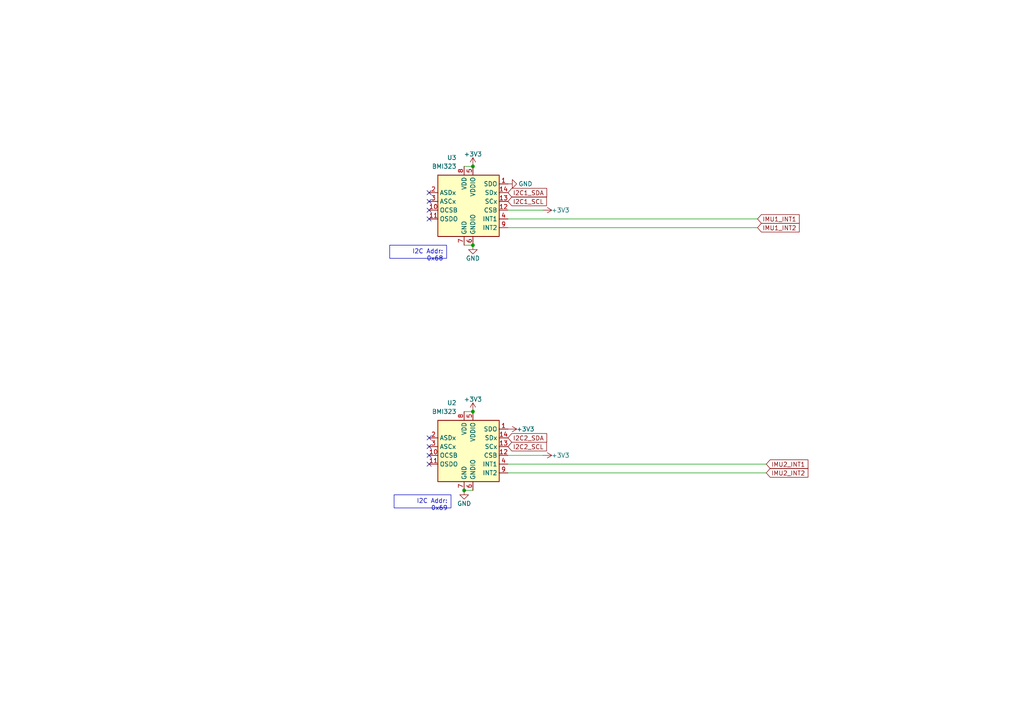
<source format=kicad_sch>
(kicad_sch (version 20230121) (generator eeschema)
  (paper "A4")
  (lib_symbols
    (symbol "Sensor_Motion:BMI160"
      (property "Reference" "U" (at -10.16 8.89 0))
      (property "Value" "BMI160" (at 7.62 8.89 0))
      (symbol "BMI160_1_1"
        (rectangle (start -10.16 7.62) (end 7.62 -10.16) (stroke (width 0.254)) (fill (type background)))
        (pin bidirectional line (at -12.7 5.08 0) (length 2.54) (name "SDO") (number "1"))
        (pin bidirectional line (at 10.16 -2.54 180) (length 2.54) (name "OCSB") (number "10"))
        (pin bidirectional line (at 10.16 -5.08 180) (length 2.54) (name "OSDO") (number "11"))
        (pin input line (at -12.7 -2.54 0) (length 2.54) (name "CSB") (number "12"))
        (pin input line (at -12.7 0 0) (length 2.54) (name "SCx") (number "13"))
        (pin bidirectional line (at -12.7 2.54 0) (length 2.54) (name "SDx") (number "14"))
        (pin bidirectional line (at 10.16 2.54 180) (length 2.54) (name "ASDx") (number "2"))
        (pin output line (at 10.16 0 180) (length 2.54) (name "ASCx") (number "3"))
        (pin bidirectional line (at -12.7 -5.08 0) (length 2.54) (name "INT1") (number "4"))
        (pin power_in line (at -2.54 10.16 270) (length 2.54) (name "VDDIO") (number "5"))
        (pin power_in line (at -2.54 -12.7 90) (length 2.54) (name "GNDIO") (number "6"))
        (pin power_in line (at 0 -12.7 90) (length 2.54) (name "GND") (number "7"))
        (pin power_in line (at 0 10.16 270) (length 2.54) (name "VDD") (number "8"))
        (pin bidirectional line (at -12.7 -7.62 0) (length 2.54) (name "INT2") (number "9"))
      )
    )
    (symbol "power:+3V3" (power) (pin_names (offset 0))
      (property "Value" "+3V3" (at 0 3.556 0))
      (symbol "+3V3_0_1"
        (polyline (pts (xy -0.762 1.27) (xy 0 2.54)))
        (polyline (pts (xy 0 0) (xy 0 2.54)))
        (polyline (pts (xy 0 2.54) (xy 0.762 1.27)))
      )
      (symbol "+3V3_1_1"
        (pin power_in line (at 0 0 90) (length 0) hide (name "+3V3") (number "1"))
      )
    )
    (symbol "power:GND" (power) (pin_names (offset 0))
      (property "Value" "GND" (at 0 -3.81 0))
      (symbol "GND_0_1"
        (polyline (pts (xy 0 0) (xy 0 -1.27) (xy 1.27 -1.27) (xy 0 -2.54) (xy -1.27 -1.27) (xy 0 -1.27)))
      )
      (symbol "GND_1_1"
        (pin power_in line (at 0 0 270) (length 0) hide (name "GND") (number "1"))
      )
    )
  )
  (junction (at 134.62 142.24))
  (junction (at 137.16 71.12))
  (junction (at 137.16 119.38))
  (junction (at 137.16 48.26))
  (no_connect (at 124.46 132.08))
  (no_connect (at 124.46 58.42))
  (no_connect (at 124.46 134.62))
  (no_connect (at 124.46 127))
  (no_connect (at 124.46 60.96))
  (no_connect (at 124.46 63.5))
  (no_connect (at 124.46 55.88))
  (no_connect (at 124.46 129.54))
  (wire (pts (xy 137.16 142.24) (xy 134.62 142.24)))
  (wire (pts (xy 157.48 60.96) (xy 147.32 60.96)))
  (wire (pts (xy 157.48 132.08) (xy 147.32 132.08)))
  (wire (pts (xy 222.25 137.16) (xy 147.32 137.16)))
  (wire (pts (xy 134.62 71.12) (xy 137.16 71.12)))
  (wire (pts (xy 219.71 63.5) (xy 147.32 63.5)))
  (wire (pts (xy 137.16 48.26) (xy 134.62 48.26)))
  (wire (pts (xy 137.16 119.38) (xy 134.62 119.38)))
  (wire (pts (xy 222.25 134.62) (xy 147.32 134.62)))
  (wire (pts (xy 219.71 66.04) (xy 147.32 66.04)))
  (text_box "I2C Addr: 0x69" (at 114.3 143.51 0) (size 16.51 3.81) (effects (font (size 1.27 1.27)) (justify right top)))
  (text_box "I2C Addr: 0x68" (at 113.03 71.12 0) (size 16.51 3.81) (effects (font (size 1.27 1.27)) (justify right top)))
  (global_label "I2C2_SDA" (shape input) (at 147.32 127 0) (property "Intersheetrefs" "${INTERSHEET_REFS}" (effects hide)))
  (global_label "I2C2_SCL" (shape input) (at 147.32 129.54 0) (property "Intersheetrefs" "${INTERSHEET_REFS}" (effects hide)))
  (global_label "IMU2_INT1" (shape input) (at 222.25 134.62 0) (property "Intersheetrefs" "${INTERSHEET_REFS}" (effects hide)))
  (global_label "IMU1_INT1" (shape input) (at 219.71 63.5 0) (property "Intersheetrefs" "${INTERSHEET_REFS}" (effects hide)))
  (global_label "I2C1_SDA" (shape input) (at 147.32 55.88 0) (property "Intersheetrefs" "${INTERSHEET_REFS}" (effects hide)))
  (global_label "I2C1_SCL" (shape input) (at 147.32 58.42 0) (property "Intersheetrefs" "${INTERSHEET_REFS}" (effects hide)))
  (global_label "IMU2_INT2" (shape input) (at 222.25 137.16 0) (property "Intersheetrefs" "${INTERSHEET_REFS}" (effects hide)))
  (global_label "IMU1_INT2" (shape input) (at 219.71 66.04 0) (property "Intersheetrefs" "${INTERSHEET_REFS}" (effects hide)))
  (symbol (lib_id "power:+3V3") (at 157.48 60.96 270) (mirror x) (unit 1)
    (property "Reference" "#PWR016" (effects hide))
    (property "Value" "+3V3" (at 162.56 60.96 90))
  )
  (symbol (lib_id "power:GND") (at 147.32 53.34 90) (mirror x) (unit 1)
    (property "Reference" "#PWR015" (effects hide))
    (property "Value" "GND" (at 152.4 53.34 90))
  )
  (symbol (lib_id "Sensor_Motion:BMI160") (at 134.62 58.42 0) (mirror y) (unit 1)
    (property "Reference" "U3" (at 132.4259 45.72 0) (effects (justify left)))
    (property "Value" "BMI323" (at 132.4259 48.26 0) (effects (justify left)))
    (property "Footprint" "Package_LGA:Bosch_LGA-14_3x2.5mm_P0.5mm" (effects hide))
    (property "Datasheet" "https://www.bosch-sensortec.com/media/boschsensortec/downloads/datasheets/bst-bmi160-ds000.pdf" (effects hide))
    (property "MPN" "C5368700" (effects hide))
    (property "Manufacturer" "Bosch Sensortec" (effects hide))
    (property "Manufacturer Part Number" "BMI323" (effects hide))
    (property "Active" "Y" (effects hide))
  )
  (symbol (lib_id "power:+3V3") (at 147.32 124.46 270) (mirror x) (unit 1)
    (property "Reference" "#PWR011" (effects hide))
    (property "Value" "+3V3" (at 152.4 124.46 90))
  )
  (symbol (lib_id "power:GND") (at 134.62 142.24 0) (mirror y) (unit 1)
    (property "Reference" "#PWR013" (effects hide))
    (property "Value" "GND" (at 134.62 146.05 0))
  )
  (symbol (lib_id "power:GND") (at 137.16 71.12 0) (mirror y) (unit 1)
    (property "Reference" "#PWR017" (effects hide))
    (property "Value" "GND" (at 137.16 74.93 0))
  )
  (symbol (lib_id "Sensor_Motion:BMI160") (at 134.62 129.54 0) (mirror y) (unit 1)
    (property "Reference" "U2" (at 132.4259 116.84 0) (effects (justify left)))
    (property "Value" "BMI323" (at 132.4259 119.38 0) (effects (justify left)))
    (property "Footprint" "Package_LGA:Bosch_LGA-14_3x2.5mm_P0.5mm" (effects hide))
    (property "Datasheet" "https://www.bosch-sensortec.com/media/boschsensortec/downloads/datasheets/bst-bmi160-ds000.pdf" (effects hide))
    (property "MPN" "C5368700" (effects hide))
    (property "Manufacturer" "Bosch Sensortec" (effects hide))
    (property "Manufacturer Part Number" "BMI323" (effects hide))
    (property "Active" "Y" (effects hide))
  )
  (symbol (lib_id "power:+3V3") (at 137.16 48.26 0) (mirror y) (unit 1)
    (property "Reference" "#PWR014" (effects hide))
    (property "Value" "+3V3" (at 137.16 44.704 0))
  )
  (symbol (lib_id "power:+3V3") (at 157.48 132.08 270) (mirror x) (unit 1)
    (property "Reference" "#PWR012" (effects hide))
    (property "Value" "+3V3" (at 162.56 132.08 90))
  )
  (symbol (lib_id "power:+3V3") (at 137.16 119.38 0) (mirror y) (unit 1)
    (property "Reference" "#PWR09" (effects hide))
    (property "Value" "+3V3" (at 137.16 115.824 0))
  )
)
</source>
